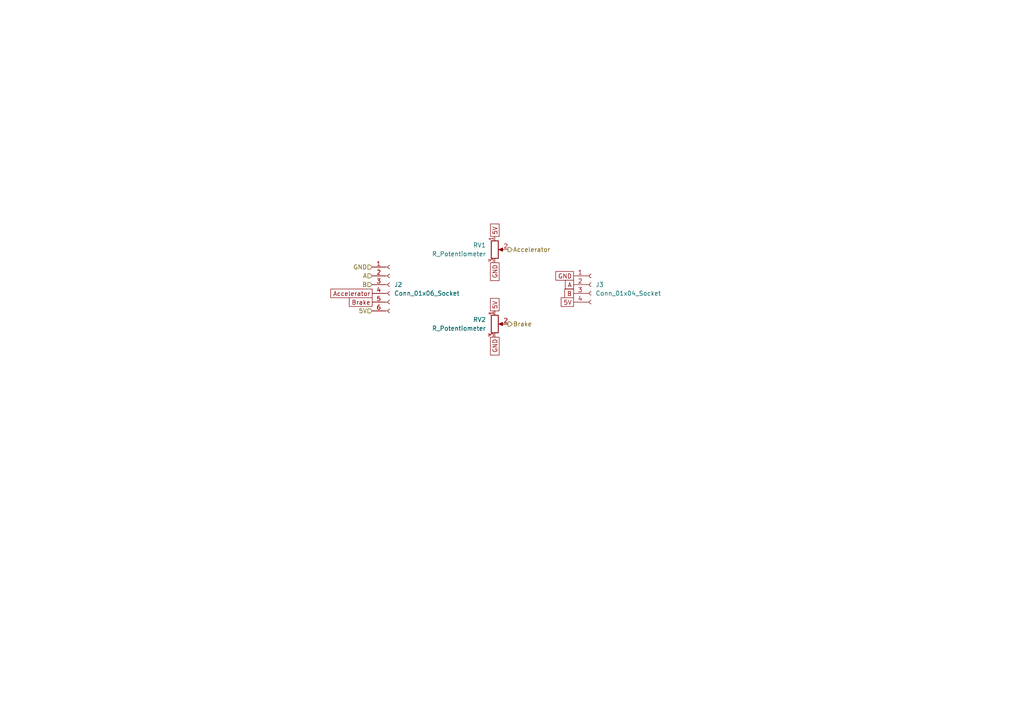
<source format=kicad_sch>
(kicad_sch (version 20231120) (generator "eeschema") (generator_version "8.0")
  (paper "A4")
  (lib_symbols
    (symbol "Connector:Conn_01x04_Socket" (pin_names (offset 1.016) hide)
      (property "Reference" "J" (at 0 5.08 0))
      (property "Value" "Conn_01x04_Socket" (at 0 -7.62 0))
      (symbol "Conn_01x04_Socket_1_1"
        (arc (start 0 -4.572) (mid -0.5058 -5.08) (end 0 -5.588) (stroke (width 0.1524)))
        (arc (start 0 -2.032) (mid -0.5058 -2.54) (end 0 -3.048) (stroke (width 0.1524)))
        (polyline (pts (xy -1.27 -5.08) (xy -0.508 -5.08)) (stroke (width 0.1524)))
        (polyline (pts (xy -1.27 -2.54) (xy -0.508 -2.54)) (stroke (width 0.1524)))
        (polyline (pts (xy -1.27 0) (xy -0.508 0)) (stroke (width 0.1524)))
        (polyline (pts (xy -1.27 2.54) (xy -0.508 2.54)) (stroke (width 0.1524)))
        (arc (start 0 0.508) (mid -0.5058 0) (end 0 -0.508) (stroke (width 0.1524)))
        (arc (start 0 3.048) (mid -0.5058 2.54) (end 0 2.032) (stroke (width 0.1524)))
        (pin passive line (at -5.08 2.54 0) (length 3.81) (name "Pin_1") (number "1"))
        (pin passive line (at -5.08 0 0) (length 3.81) (name "Pin_2") (number "2"))
        (pin passive line (at -5.08 -2.54 0) (length 3.81) (name "Pin_3") (number "3"))
        (pin passive line (at -5.08 -5.08 0) (length 3.81) (name "Pin_4") (number "4"))
      )
    )
    (symbol "Connector:Conn_01x06_Socket" (pin_names (offset 1.016) hide)
      (property "Reference" "J" (at 0 7.62 0))
      (property "Value" "Conn_01x06_Socket" (at 0 -10.16 0))
      (symbol "Conn_01x06_Socket_1_1"
        (arc (start 0 -7.112) (mid -0.5058 -7.62) (end 0 -8.128) (stroke (width 0.1524)))
        (arc (start 0 -4.572) (mid -0.5058 -5.08) (end 0 -5.588) (stroke (width 0.1524)))
        (arc (start 0 -2.032) (mid -0.5058 -2.54) (end 0 -3.048) (stroke (width 0.1524)))
        (polyline (pts (xy -1.27 -7.62) (xy -0.508 -7.62)) (stroke (width 0.1524)))
        (polyline (pts (xy -1.27 -5.08) (xy -0.508 -5.08)) (stroke (width 0.1524)))
        (polyline (pts (xy -1.27 -2.54) (xy -0.508 -2.54)) (stroke (width 0.1524)))
        (polyline (pts (xy -1.27 0) (xy -0.508 0)) (stroke (width 0.1524)))
        (polyline (pts (xy -1.27 2.54) (xy -0.508 2.54)) (stroke (width 0.1524)))
        (polyline (pts (xy -1.27 5.08) (xy -0.508 5.08)) (stroke (width 0.1524)))
        (arc (start 0 0.508) (mid -0.5058 0) (end 0 -0.508) (stroke (width 0.1524)))
        (arc (start 0 3.048) (mid -0.5058 2.54) (end 0 2.032) (stroke (width 0.1524)))
        (arc (start 0 5.588) (mid -0.5058 5.08) (end 0 4.572) (stroke (width 0.1524)))
        (pin passive line (at -5.08 5.08 0) (length 3.81) (name "Pin_1") (number "1"))
        (pin passive line (at -5.08 2.54 0) (length 3.81) (name "Pin_2") (number "2"))
        (pin passive line (at -5.08 0 0) (length 3.81) (name "Pin_3") (number "3"))
        (pin passive line (at -5.08 -2.54 0) (length 3.81) (name "Pin_4") (number "4"))
        (pin passive line (at -5.08 -5.08 0) (length 3.81) (name "Pin_5") (number "5"))
        (pin passive line (at -5.08 -7.62 0) (length 3.81) (name "Pin_6") (number "6"))
      )
    )
    (symbol "Device:R_Potentiometer" (pin_names (offset 1.016) hide)
      (property "Reference" "RV" (at -4.445 0 90))
      (property "Value" "R_Potentiometer" (at -2.54 0 90))
      (symbol "R_Potentiometer_0_1"
        (polyline (pts (xy 2.54 0) (xy 1.524 0)))
        (polyline (pts (xy 1.143 0) (xy 2.286 0.508) (xy 2.286 -0.508) (xy 1.143 0)) (fill (type outline)))
        (rectangle (start 1.016 2.54) (end -1.016 -2.54) (stroke (width 0.254)))
      )
      (symbol "R_Potentiometer_1_1"
        (pin passive line (at 0 3.81 270) (length 1.27) (name "1") (number "1"))
        (pin passive line (at 3.81 0 180) (length 1.27) (name "2") (number "2"))
        (pin passive line (at 0 -3.81 90) (length 1.27) (name "3") (number "3"))
      )
    )
  )
  (global_label "Accelerator" (shape passive) (at 107.95 85.09 180) (property "Intersheetrefs" "${INTERSHEET_REFS}" (effects (hide yes))))
  (global_label "5V" (shape passive) (at 166.37 87.63 180) (property "Intersheetrefs" "${INTERSHEET_REFS}" (effects (hide yes))))
  (global_label "Brake" (shape passive) (at 107.95 87.63 180) (property "Intersheetrefs" "${INTERSHEET_REFS}" (effects (hide yes))))
  (global_label "5V" (shape passive) (at 143.51 68.58 90) (property "Intersheetrefs" "${INTERSHEET_REFS}" (effects (hide yes))))
  (global_label "B" (shape passive) (at 166.37 85.09 180) (property "Intersheetrefs" "${INTERSHEET_REFS}" (effects (hide yes))))
  (global_label "A" (shape passive) (at 166.37 82.55 180) (property "Intersheetrefs" "${INTERSHEET_REFS}" (effects (hide yes))))
  (global_label "GND" (shape passive) (at 143.51 76.2 270) (property "Intersheetrefs" "${INTERSHEET_REFS}" (effects (hide yes))))
  (global_label "GND" (shape passive) (at 166.37 80.01 180) (property "Intersheetrefs" "${INTERSHEET_REFS}" (effects (hide yes))))
  (global_label "5V" (shape passive) (at 143.51 90.17 90) (property "Intersheetrefs" "${INTERSHEET_REFS}" (effects (hide yes))))
  (global_label "GND" (shape passive) (at 143.51 97.79 270) (property "Intersheetrefs" "${INTERSHEET_REFS}" (effects (hide yes))))
  (hierarchical_label "B" (shape input) (at 107.95 82.55 180))
  (hierarchical_label "Brake" (shape output) (at 147.32 93.98 0))
  (hierarchical_label "5V" (shape input) (at 107.95 90.17 180))
  (hierarchical_label "A" (shape input) (at 107.95 80.01 180))
  (hierarchical_label "GND" (shape input) (at 107.95 77.47 180))
  (hierarchical_label "Accelerator" (shape output) (at 147.32 72.39 0))
  (symbol (lib_id "Device:R_Potentiometer") (at 143.51 72.39 0) (unit 1)
    (property "Reference" "RV1" (at 140.97 71.1199 0) (effects (justify right)))
    (property "Value" "R_Potentiometer" (at 140.97 73.6599 0) (effects (justify right)))
    (property "Footprint" "PCM_Potentiometer_THT_AKL:Potentiometer_Piher_PC-16_Single_Horizontal" (effects (hide yes)))
    (property "Description" "Potentiometer" (effects (hide yes)))
  )
  (symbol (lib_id "Connector:Conn_01x06_Socket") (at 113.03 82.55 0) (unit 1)
    (property "Reference" "J2" (at 114.3 82.5499 0) (effects (justify left)))
    (property "Value" "Conn_01x06_Socket" (at 114.3 85.0899 0) (effects (justify left)))
    (property "Footprint" "Connector_PinHeader_2.54mm:PinHeader_1x06_P2.54mm_Vertical" (effects (hide yes)))
    (property "Description" "Generic connector, single row, 01x06, script generated" (effects (hide yes)))
  )
  (symbol (lib_id "Device:R_Potentiometer") (at 143.51 93.98 0) (unit 1)
    (property "Reference" "RV2" (at 140.97 92.7099 0) (effects (justify right)))
    (property "Value" "R_Potentiometer" (at 140.97 95.2499 0) (effects (justify right)))
    (property "Footprint" "PCM_Potentiometer_THT_AKL:Potentiometer_Piher_PC-16_Single_Horizontal" (effects (hide yes)))
    (property "Description" "Potentiometer" (effects (hide yes)))
  )
  (symbol (lib_id "Connector:Conn_01x04_Socket") (at 171.45 82.55 0) (unit 1)
    (property "Reference" "J3" (at 172.72 82.5499 0) (effects (justify left)))
    (property "Value" "Conn_01x04_Socket" (at 172.72 85.0899 0) (effects (justify left)))
    (property "Footprint" "Connector_PinHeader_2.54mm:PinHeader_1x04_P2.54mm_Vertical" (effects (hide yes)))
    (property "Description" "Generic connector, single row, 01x04, script generated" (effects (hide yes)))
  )
)
</source>
